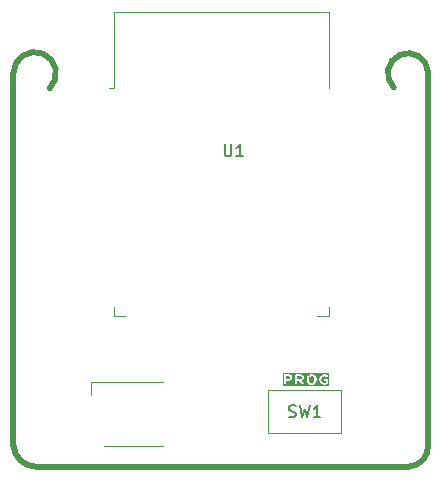
<source format=gbr>
%TF.GenerationSoftware,KiCad,Pcbnew,8.0.4*%
%TF.CreationDate,2024-07-25T09:27:33-04:00*%
%TF.ProjectId,ESP32-WROOM-Socket-Legacy-v2,45535033-322d-4575-924f-4f4d2d536f63,rev?*%
%TF.SameCoordinates,Original*%
%TF.FileFunction,Legend,Top*%
%TF.FilePolarity,Positive*%
%FSLAX46Y46*%
G04 Gerber Fmt 4.6, Leading zero omitted, Abs format (unit mm)*
G04 Created by KiCad (PCBNEW 8.0.4) date 2024-07-25 09:27:33*
%MOMM*%
%LPD*%
G01*
G04 APERTURE LIST*
%ADD10C,0.175000*%
%ADD11C,0.150000*%
%ADD12C,0.120000*%
%ADD13C,0.500000*%
G04 APERTURE END LIST*
D10*
G36*
X167750182Y-103926667D02*
G01*
X167812691Y-103970424D01*
X167845833Y-104063220D01*
X167845833Y-104266245D01*
X167812691Y-104359041D01*
X167750182Y-104402798D01*
X167680367Y-104427233D01*
X167519633Y-104427233D01*
X167449817Y-104402797D01*
X167387308Y-104359041D01*
X167354167Y-104266245D01*
X167354167Y-104063220D01*
X167387308Y-103970424D01*
X167449817Y-103926668D01*
X167519633Y-103902233D01*
X167680367Y-103902233D01*
X167750182Y-103926667D01*
G37*
G36*
X165750183Y-103926668D02*
G01*
X165775618Y-103944472D01*
X165798214Y-103976106D01*
X165798214Y-104020025D01*
X165775619Y-104051658D01*
X165750180Y-104069465D01*
X165680369Y-104093900D01*
X165401786Y-104093900D01*
X165401786Y-103902233D01*
X165680367Y-103902233D01*
X165750183Y-103926668D01*
G37*
G36*
X166750183Y-103926668D02*
G01*
X166775618Y-103944472D01*
X166798214Y-103976106D01*
X166798214Y-104020025D01*
X166775619Y-104051658D01*
X166750180Y-104069465D01*
X166680369Y-104093900D01*
X166401786Y-104093900D01*
X166401786Y-103902233D01*
X166680367Y-103902233D01*
X166750183Y-103926668D01*
G37*
G36*
X169108333Y-104689733D02*
G01*
X165139286Y-104689733D01*
X165139286Y-103814733D01*
X165226786Y-103814733D01*
X165226786Y-104514733D01*
X165228467Y-104531803D01*
X165241532Y-104563345D01*
X165265674Y-104587487D01*
X165297216Y-104600552D01*
X165331356Y-104600552D01*
X165362898Y-104587487D01*
X165387040Y-104563345D01*
X165400105Y-104531803D01*
X165401786Y-104514733D01*
X165401786Y-104268900D01*
X165695238Y-104268900D01*
X165705242Y-104267914D01*
X165707477Y-104268040D01*
X165709863Y-104267459D01*
X165712308Y-104267219D01*
X165714376Y-104266362D01*
X165724144Y-104263987D01*
X165819382Y-104230653D01*
X165823874Y-104228566D01*
X165825705Y-104228161D01*
X165830230Y-104225614D01*
X165834938Y-104223428D01*
X165836334Y-104222179D01*
X165840654Y-104219749D01*
X165888272Y-104186416D01*
X165896135Y-104179672D01*
X165898007Y-104178505D01*
X165899533Y-104176758D01*
X165901293Y-104175250D01*
X165902477Y-104173391D01*
X165909297Y-104165591D01*
X165956916Y-104098924D01*
X165957856Y-104097289D01*
X165958468Y-104096678D01*
X165959135Y-104095066D01*
X165965470Y-104084057D01*
X165967718Y-104074344D01*
X165971533Y-104065136D01*
X165972778Y-104052493D01*
X165973171Y-104050796D01*
X165973029Y-104049944D01*
X165973214Y-104048066D01*
X165973214Y-103948066D01*
X165973028Y-103946187D01*
X165973171Y-103945335D01*
X165972777Y-103943637D01*
X165971533Y-103930996D01*
X165967717Y-103921784D01*
X165965469Y-103912075D01*
X165959137Y-103901069D01*
X165958468Y-103899454D01*
X165957855Y-103898841D01*
X165956915Y-103897207D01*
X165909296Y-103830541D01*
X165902478Y-103822742D01*
X165901294Y-103820884D01*
X165899533Y-103819374D01*
X165898007Y-103817628D01*
X165896136Y-103816460D01*
X165894122Y-103814733D01*
X166226786Y-103814733D01*
X166226786Y-104514733D01*
X166228467Y-104531803D01*
X166241532Y-104563345D01*
X166265674Y-104587487D01*
X166297216Y-104600552D01*
X166331356Y-104600552D01*
X166362898Y-104587487D01*
X166387040Y-104563345D01*
X166400105Y-104531803D01*
X166401786Y-104514733D01*
X166401786Y-104268900D01*
X166516137Y-104268900D01*
X166823842Y-104576605D01*
X166837101Y-104587486D01*
X166868643Y-104600552D01*
X166902785Y-104600552D01*
X166934327Y-104587486D01*
X166958467Y-104563346D01*
X166971533Y-104531804D01*
X166971533Y-104497662D01*
X166958467Y-104466120D01*
X166947586Y-104452861D01*
X166749749Y-104255024D01*
X166819382Y-104230653D01*
X166823874Y-104228566D01*
X166825705Y-104228161D01*
X166830230Y-104225614D01*
X166834938Y-104223428D01*
X166836334Y-104222179D01*
X166840654Y-104219749D01*
X166888272Y-104186416D01*
X166896135Y-104179672D01*
X166898007Y-104178505D01*
X166899533Y-104176758D01*
X166901293Y-104175250D01*
X166902477Y-104173391D01*
X166909297Y-104165591D01*
X166956916Y-104098924D01*
X166957856Y-104097289D01*
X166958468Y-104096678D01*
X166959135Y-104095066D01*
X166965470Y-104084057D01*
X166967718Y-104074344D01*
X166971533Y-104065136D01*
X166972778Y-104052493D01*
X166973171Y-104050796D01*
X166973029Y-104049944D01*
X166973214Y-104048066D01*
X167179167Y-104048066D01*
X167179167Y-104281400D01*
X167180213Y-104292027D01*
X167180106Y-104294189D01*
X167180634Y-104296304D01*
X167180848Y-104298470D01*
X167181675Y-104300466D01*
X167184265Y-104310829D01*
X167231884Y-104444162D01*
X167232603Y-104445686D01*
X167232740Y-104446458D01*
X167233620Y-104447840D01*
X167239208Y-104459672D01*
X167245806Y-104466961D01*
X167251088Y-104475249D01*
X167261018Y-104483766D01*
X167262120Y-104484983D01*
X167262828Y-104485318D01*
X167264108Y-104486416D01*
X167359346Y-104553083D01*
X167363665Y-104555513D01*
X167365062Y-104556762D01*
X167369766Y-104558947D01*
X167374294Y-104561495D01*
X167376125Y-104561900D01*
X167380619Y-104563988D01*
X167475857Y-104597321D01*
X167485624Y-104599695D01*
X167487692Y-104600552D01*
X167490137Y-104600792D01*
X167492524Y-104601373D01*
X167494757Y-104601247D01*
X167504762Y-104602233D01*
X167695238Y-104602233D01*
X167705242Y-104601247D01*
X167707476Y-104601373D01*
X167709862Y-104600792D01*
X167712308Y-104600552D01*
X167714375Y-104599695D01*
X167724143Y-104597321D01*
X167819382Y-104563988D01*
X167823876Y-104561900D01*
X167825706Y-104561495D01*
X167830231Y-104558948D01*
X167834938Y-104556762D01*
X167836334Y-104555513D01*
X167840654Y-104553083D01*
X167935892Y-104486416D01*
X167937172Y-104485317D01*
X167937879Y-104484983D01*
X167938977Y-104483769D01*
X167948912Y-104475249D01*
X167954192Y-104466962D01*
X167960792Y-104459673D01*
X167966379Y-104447839D01*
X167967260Y-104446458D01*
X167967396Y-104445686D01*
X167968116Y-104444162D01*
X168015735Y-104310830D01*
X168018325Y-104300466D01*
X168019152Y-104298470D01*
X168019365Y-104296304D01*
X168019894Y-104294189D01*
X168019786Y-104292027D01*
X168020833Y-104281400D01*
X168020833Y-104114733D01*
X168226786Y-104114733D01*
X168226786Y-104214733D01*
X168227832Y-104225360D01*
X168227725Y-104227522D01*
X168228253Y-104229637D01*
X168228467Y-104231803D01*
X168229294Y-104233799D01*
X168231884Y-104244162D01*
X168279503Y-104377495D01*
X168281713Y-104382176D01*
X168282149Y-104384057D01*
X168284673Y-104388444D01*
X168286827Y-104393005D01*
X168288117Y-104394431D01*
X168290703Y-104398924D01*
X168338322Y-104465591D01*
X168345142Y-104473392D01*
X168346326Y-104475249D01*
X168348085Y-104476758D01*
X168349612Y-104478504D01*
X168351480Y-104479669D01*
X168359346Y-104486416D01*
X168454584Y-104553083D01*
X168467968Y-104560615D01*
X168468638Y-104561095D01*
X168469100Y-104561251D01*
X168469532Y-104561495D01*
X168470348Y-104561675D01*
X168484880Y-104566611D01*
X168627736Y-104599944D01*
X168629709Y-104600204D01*
X168630549Y-104600552D01*
X168637657Y-104601252D01*
X168644742Y-104602186D01*
X168645639Y-104602038D01*
X168647619Y-104602233D01*
X168742857Y-104602233D01*
X168744836Y-104602038D01*
X168745734Y-104602186D01*
X168752816Y-104601252D01*
X168759927Y-104600552D01*
X168760767Y-104600203D01*
X168762739Y-104599944D01*
X168905596Y-104566611D01*
X168920135Y-104561673D01*
X168920944Y-104561494D01*
X168921371Y-104561253D01*
X168921838Y-104561095D01*
X168922513Y-104560610D01*
X168935893Y-104553082D01*
X168983512Y-104519748D01*
X168996532Y-104508582D01*
X169000658Y-104502106D01*
X169006087Y-104496678D01*
X169009743Y-104487850D01*
X169014880Y-104479790D01*
X169016214Y-104472228D01*
X169019152Y-104465136D01*
X169020833Y-104448066D01*
X169020833Y-104214733D01*
X169019152Y-104197663D01*
X169006087Y-104166121D01*
X168981945Y-104141979D01*
X168950403Y-104128914D01*
X168933333Y-104127233D01*
X168742857Y-104127233D01*
X168725787Y-104128914D01*
X168694245Y-104141979D01*
X168670103Y-104166121D01*
X168657038Y-104197663D01*
X168657038Y-104231803D01*
X168670103Y-104263345D01*
X168694245Y-104287487D01*
X168725787Y-104300552D01*
X168742857Y-104302233D01*
X168845833Y-104302233D01*
X168845833Y-104400855D01*
X168732785Y-104427233D01*
X168657691Y-104427233D01*
X168541099Y-104400028D01*
X168472000Y-104351658D01*
X168440201Y-104307140D01*
X168401786Y-104199578D01*
X168401786Y-104129887D01*
X168440201Y-104022325D01*
X168472000Y-103977807D01*
X168541099Y-103929437D01*
X168657691Y-103902233D01*
X168775605Y-103902233D01*
X168856809Y-103930654D01*
X168873476Y-103934706D01*
X168907563Y-103932794D01*
X168938325Y-103917983D01*
X168961076Y-103892528D01*
X168972354Y-103860305D01*
X168970443Y-103826217D01*
X168955631Y-103795455D01*
X168930176Y-103772704D01*
X168914620Y-103765478D01*
X168819381Y-103732145D01*
X168809613Y-103729770D01*
X168807546Y-103728914D01*
X168805100Y-103728673D01*
X168802714Y-103728093D01*
X168800480Y-103728218D01*
X168790476Y-103727233D01*
X168647619Y-103727233D01*
X168645639Y-103727427D01*
X168644742Y-103727280D01*
X168637657Y-103728213D01*
X168630549Y-103728914D01*
X168629709Y-103729261D01*
X168627736Y-103729522D01*
X168484880Y-103762855D01*
X168470348Y-103767790D01*
X168469532Y-103767971D01*
X168469100Y-103768214D01*
X168468638Y-103768371D01*
X168467968Y-103768850D01*
X168454584Y-103776383D01*
X168359346Y-103843050D01*
X168351480Y-103849796D01*
X168349612Y-103850962D01*
X168348085Y-103852707D01*
X168346326Y-103854217D01*
X168345142Y-103856073D01*
X168338322Y-103863875D01*
X168290703Y-103930542D01*
X168288117Y-103935034D01*
X168286827Y-103936461D01*
X168284673Y-103941021D01*
X168282149Y-103945409D01*
X168281713Y-103947289D01*
X168279503Y-103951971D01*
X168231884Y-104085304D01*
X168229294Y-104095666D01*
X168228467Y-104097663D01*
X168228253Y-104099828D01*
X168227725Y-104101944D01*
X168227832Y-104104105D01*
X168226786Y-104114733D01*
X168020833Y-104114733D01*
X168020833Y-104048066D01*
X168019786Y-104037438D01*
X168019894Y-104035277D01*
X168019365Y-104033161D01*
X168019152Y-104030996D01*
X168018325Y-104028999D01*
X168015735Y-104018636D01*
X167968116Y-103885304D01*
X167967396Y-103883779D01*
X167967260Y-103883008D01*
X167966379Y-103881626D01*
X167960792Y-103869793D01*
X167954192Y-103862503D01*
X167948912Y-103854217D01*
X167938977Y-103845696D01*
X167937879Y-103844483D01*
X167937172Y-103844148D01*
X167935892Y-103843050D01*
X167840654Y-103776383D01*
X167836334Y-103773952D01*
X167834938Y-103772704D01*
X167830231Y-103770517D01*
X167825706Y-103767971D01*
X167823876Y-103767565D01*
X167819382Y-103765478D01*
X167724143Y-103732145D01*
X167714375Y-103729770D01*
X167712308Y-103728914D01*
X167709862Y-103728673D01*
X167707476Y-103728093D01*
X167705242Y-103728218D01*
X167695238Y-103727233D01*
X167504762Y-103727233D01*
X167494757Y-103728218D01*
X167492524Y-103728093D01*
X167490137Y-103728673D01*
X167487692Y-103728914D01*
X167485624Y-103729770D01*
X167475857Y-103732145D01*
X167380619Y-103765478D01*
X167376125Y-103767565D01*
X167374294Y-103767971D01*
X167369766Y-103770518D01*
X167365062Y-103772704D01*
X167363665Y-103773952D01*
X167359346Y-103776383D01*
X167264108Y-103843050D01*
X167262828Y-103844147D01*
X167262120Y-103844483D01*
X167261018Y-103845699D01*
X167251088Y-103854217D01*
X167245806Y-103862504D01*
X167239208Y-103869794D01*
X167233620Y-103881625D01*
X167232740Y-103883008D01*
X167232603Y-103883779D01*
X167231884Y-103885304D01*
X167184265Y-104018637D01*
X167181675Y-104028999D01*
X167180848Y-104030996D01*
X167180634Y-104033161D01*
X167180106Y-104035277D01*
X167180213Y-104037438D01*
X167179167Y-104048066D01*
X166973214Y-104048066D01*
X166973214Y-103948066D01*
X166973028Y-103946187D01*
X166973171Y-103945335D01*
X166972777Y-103943637D01*
X166971533Y-103930996D01*
X166967717Y-103921784D01*
X166965469Y-103912075D01*
X166959137Y-103901069D01*
X166958468Y-103899454D01*
X166957855Y-103898841D01*
X166956915Y-103897207D01*
X166909296Y-103830541D01*
X166902478Y-103822742D01*
X166901294Y-103820884D01*
X166899533Y-103819374D01*
X166898007Y-103817628D01*
X166896136Y-103816460D01*
X166888274Y-103809718D01*
X166840655Y-103776384D01*
X166836336Y-103773953D01*
X166834938Y-103772704D01*
X166830223Y-103770513D01*
X166825706Y-103767972D01*
X166823879Y-103767567D01*
X166819382Y-103765478D01*
X166724143Y-103732145D01*
X166714375Y-103729770D01*
X166712308Y-103728914D01*
X166709862Y-103728673D01*
X166707476Y-103728093D01*
X166705242Y-103728218D01*
X166695238Y-103727233D01*
X166314286Y-103727233D01*
X166297216Y-103728914D01*
X166265674Y-103741979D01*
X166241532Y-103766121D01*
X166228467Y-103797663D01*
X166226786Y-103814733D01*
X165894122Y-103814733D01*
X165888274Y-103809718D01*
X165840655Y-103776384D01*
X165836336Y-103773953D01*
X165834938Y-103772704D01*
X165830223Y-103770513D01*
X165825706Y-103767972D01*
X165823879Y-103767567D01*
X165819382Y-103765478D01*
X165724143Y-103732145D01*
X165714375Y-103729770D01*
X165712308Y-103728914D01*
X165709862Y-103728673D01*
X165707476Y-103728093D01*
X165705242Y-103728218D01*
X165695238Y-103727233D01*
X165314286Y-103727233D01*
X165297216Y-103728914D01*
X165265674Y-103741979D01*
X165241532Y-103766121D01*
X165228467Y-103797663D01*
X165226786Y-103814733D01*
X165139286Y-103814733D01*
X165139286Y-103639733D01*
X169108333Y-103639733D01*
X169108333Y-104689733D01*
G37*
D11*
X165676667Y-107307200D02*
X165819524Y-107354819D01*
X165819524Y-107354819D02*
X166057619Y-107354819D01*
X166057619Y-107354819D02*
X166152857Y-107307200D01*
X166152857Y-107307200D02*
X166200476Y-107259580D01*
X166200476Y-107259580D02*
X166248095Y-107164342D01*
X166248095Y-107164342D02*
X166248095Y-107069104D01*
X166248095Y-107069104D02*
X166200476Y-106973866D01*
X166200476Y-106973866D02*
X166152857Y-106926247D01*
X166152857Y-106926247D02*
X166057619Y-106878628D01*
X166057619Y-106878628D02*
X165867143Y-106831009D01*
X165867143Y-106831009D02*
X165771905Y-106783390D01*
X165771905Y-106783390D02*
X165724286Y-106735771D01*
X165724286Y-106735771D02*
X165676667Y-106640533D01*
X165676667Y-106640533D02*
X165676667Y-106545295D01*
X165676667Y-106545295D02*
X165724286Y-106450057D01*
X165724286Y-106450057D02*
X165771905Y-106402438D01*
X165771905Y-106402438D02*
X165867143Y-106354819D01*
X165867143Y-106354819D02*
X166105238Y-106354819D01*
X166105238Y-106354819D02*
X166248095Y-106402438D01*
X166581429Y-106354819D02*
X166819524Y-107354819D01*
X166819524Y-107354819D02*
X167010000Y-106640533D01*
X167010000Y-106640533D02*
X167200476Y-107354819D01*
X167200476Y-107354819D02*
X167438572Y-106354819D01*
X168343333Y-107354819D02*
X167771905Y-107354819D01*
X168057619Y-107354819D02*
X168057619Y-106354819D01*
X168057619Y-106354819D02*
X167962381Y-106497676D01*
X167962381Y-106497676D02*
X167867143Y-106592914D01*
X167867143Y-106592914D02*
X167771905Y-106640533D01*
X160238095Y-84254819D02*
X160238095Y-85064342D01*
X160238095Y-85064342D02*
X160285714Y-85159580D01*
X160285714Y-85159580D02*
X160333333Y-85207200D01*
X160333333Y-85207200D02*
X160428571Y-85254819D01*
X160428571Y-85254819D02*
X160619047Y-85254819D01*
X160619047Y-85254819D02*
X160714285Y-85207200D01*
X160714285Y-85207200D02*
X160761904Y-85159580D01*
X160761904Y-85159580D02*
X160809523Y-85064342D01*
X160809523Y-85064342D02*
X160809523Y-84254819D01*
X161809523Y-85254819D02*
X161238095Y-85254819D01*
X161523809Y-85254819D02*
X161523809Y-84254819D01*
X161523809Y-84254819D02*
X161428571Y-84397676D01*
X161428571Y-84397676D02*
X161333333Y-84492914D01*
X161333333Y-84492914D02*
X161238095Y-84540533D01*
D12*
%TO.C,D1*%
X148940000Y-104375000D02*
X155040000Y-104375000D01*
X148940000Y-105475000D02*
X148940000Y-104375000D01*
X155040000Y-109775000D02*
X150040000Y-109775000D01*
%TO.C,SW1*%
X163950000Y-105090000D02*
X170070000Y-105090000D01*
X163950000Y-108710000D02*
X163950000Y-105090000D01*
X170070000Y-105090000D02*
X170070000Y-108710000D01*
X170070000Y-108710000D02*
X163950000Y-108710000D01*
D13*
%TO.C,U1*%
X142360000Y-78254600D02*
X142360000Y-109840000D01*
D12*
X150840000Y-73080000D02*
X150840000Y-79495000D01*
X150840000Y-73080000D02*
X169080000Y-73080000D01*
X150840000Y-79495000D02*
X150460000Y-79495000D01*
X150840000Y-98040000D02*
X150840000Y-98820000D01*
X150840000Y-98820000D02*
X151840000Y-98820000D01*
X169080000Y-73080000D02*
X169080000Y-79495000D01*
X169080000Y-98040000D02*
X169080000Y-98820000D01*
X169080000Y-98820000D02*
X168080000Y-98820000D01*
D13*
X175845400Y-111540000D02*
X144260000Y-111540000D01*
X177460000Y-78140000D02*
X177460000Y-109725400D01*
X142360000Y-78254600D02*
G75*
G02*
X145432834Y-79512834I1800000J14600D01*
G01*
X144259999Y-111542630D02*
G75*
G02*
X142360000Y-109740000I1J1902630D01*
G01*
X174555841Y-79444159D02*
G75*
G02*
X177459999Y-78140000I1204159J1204159D01*
G01*
X177460000Y-109725400D02*
G75*
G02*
X175840748Y-111541944I-1700000J-114600D01*
G01*
%TD*%
M02*

</source>
